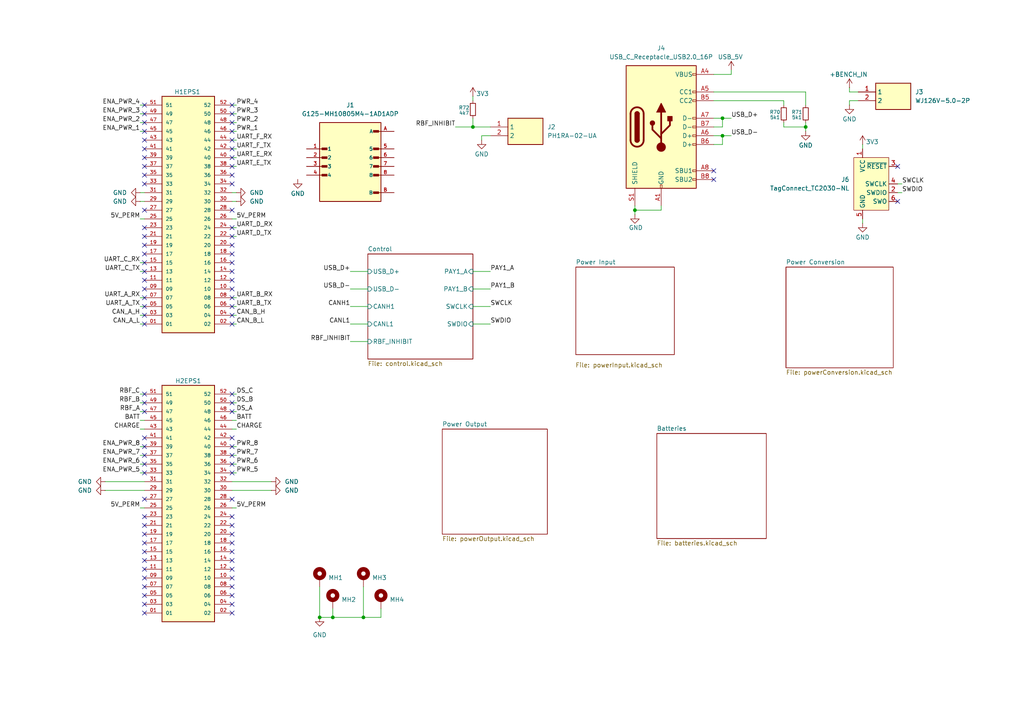
<source format=kicad_sch>
(kicad_sch (version 20250114) (generator "eeschema") (generator_version "9.0")
  (paper "A4")
  (title_block (title "HEDGE2 EPS") (date "2025-10-30") (rev "V0.8") (company "University of Virginia") (comment 1 "Department of Mechanical and Aerospace Engineering") (comment 2 "Edison Wong"))
  (lib_symbols
    (symbol "Connector:Conn_ARM_SWD_TagConnect_TC2030-NL" (in_bom no)
      (property "Reference" "J" (at 2.54 11.43 0))
      (property "Value" "Conn_ARM_SWD_TagConnect_TC2030-NL" (at 2.54 8.89 0))
      (symbol "Conn_ARM_SWD_TagConnect_TC2030-NL_0_0"
        (pin power_in line (at -2.54 10.16 270) (length 2.54) (name "VCC") (number "1"))
        (pin power_in line (at -2.54 -10.16 90) (length 2.54) (name "GND") (number "5"))
        (pin open_collector line (at 7.62 5.08 180) (length 2.54) (name "~{RESET}") (number "3"))
        (pin output line (at 7.62 0 180) (length 2.54) (name "SWCLK") (number "4"))
        (pin bidirectional line (at 7.62 -2.54 180) (length 2.54) (name "SWDIO") (number "2"))
        (pin input line (at 7.62 -5.08 180) (length 2.54) (name "SWO") (number "6"))
      )
      (symbol "Conn_ARM_SWD_TagConnect_TC2030-NL_0_1"
        (rectangle (start -5.08 7.62) (end 5.08 -7.62) (fill (type background)))
      )
    )
    (symbol "Connector:USB_C_Receptacle_USB2.0_16P" (pin_names (offset 1.016))
      (property "Reference" "J" (at 0 22.225 0))
      (property "Value" "USB_C_Receptacle_USB2.0_16P" (at 0 19.685 0))
      (symbol "USB_C_Receptacle_USB2.0_16P_0_0"
        (rectangle (start -0.254 -17.78) (end 0.254 -16.764))
        (rectangle (start 10.16 15.494) (end 9.144 14.986))
        (rectangle (start 10.16 10.414) (end 9.144 9.906))
        (rectangle (start 10.16 7.874) (end 9.144 7.366))
        (rectangle (start 10.16 2.794) (end 9.144 2.286))
        (rectangle (start 10.16 0.254) (end 9.144 -0.254))
        (rectangle (start 10.16 -2.286) (end 9.144 -2.794))
        (rectangle (start 10.16 -4.826) (end 9.144 -5.334))
        (rectangle (start 10.16 -12.446) (end 9.144 -12.954))
        (rectangle (start 10.16 -14.986) (end 9.144 -15.494))
      )
      (symbol "USB_C_Receptacle_USB2.0_16P_0_1"
        (rectangle (start -10.16 17.78) (end 10.16 -17.78) (stroke (width 0.254)) (fill (type background)))
        (polyline (pts (xy -8.89 -3.81) (xy -8.89 3.81)) (stroke (width 0.508)))
        (rectangle (start -7.62 -3.81) (end -6.35 3.81) (stroke (width 0.254)) (fill (type outline)))
        (arc (start -7.62 3.81) (mid -6.985 4.4423) (end -6.35 3.81) (stroke (width 0.254)))
        (arc (start -7.62 3.81) (mid -6.985 4.4423) (end -6.35 3.81) (stroke (width 0.254)) (fill (type outline)))
        (arc (start -8.89 3.81) (mid -6.985 5.7067) (end -5.08 3.81) (stroke (width 0.508)))
        (arc (start -5.08 -3.81) (mid -6.985 -5.7067) (end -8.89 -3.81) (stroke (width 0.508)))
        (arc (start -6.35 -3.81) (mid -6.985 -4.4423) (end -7.62 -3.81) (stroke (width 0.254)))
        (arc (start -6.35 -3.81) (mid -6.985 -4.4423) (end -7.62 -3.81) (stroke (width 0.254)) (fill (type outline)))
        (polyline (pts (xy -5.08 3.81) (xy -5.08 -3.81)) (stroke (width 0.508)))
        (circle (center -2.54 1.143) (radius 0.635) (stroke (width 0.254)) (fill (type outline)))
        (polyline (pts (xy -1.27 4.318) (xy 0 6.858) (xy 1.27 4.318) (xy -1.27 4.318)) (stroke (width 0.254)) (fill (type outline)))
        (polyline (pts (xy 0 -2.032) (xy 2.54 0.508) (xy 2.54 1.778)) (stroke (width 0.508)))
        (polyline (pts (xy 0 -3.302) (xy -2.54 -0.762) (xy -2.54 0.508)) (stroke (width 0.508)))
        (polyline (pts (xy 0 -5.842) (xy 0 4.318)) (stroke (width 0.508)))
        (circle (center 0 -5.842) (radius 1.27) (fill (type outline)))
        (rectangle (start 1.905 1.778) (end 3.175 3.048) (stroke (width 0.254)) (fill (type outline)))
      )
      (symbol "USB_C_Receptacle_USB2.0_16P_1_1"
        (pin passive line (at -7.62 -22.86 90) (length 5.08) (name "SHIELD") (number "S1"))
        (pin passive line (at 0 -22.86 90) (length 5.08) (name "GND") (number "A1"))
        (pin passive line (at 0 -22.86 90) (length 5.08) (hide yes) (name "GND") (number "A12"))
        (pin passive line (at 0 -22.86 90) (length 5.08) (hide yes) (name "GND") (number "B1"))
        (pin passive line (at 0 -22.86 90) (length 5.08) (hide yes) (name "GND") (number "B12"))
        (pin passive line (at 15.24 15.24 180) (length 5.08) (name "VBUS") (number "A4"))
        (pin passive line (at 15.24 15.24 180) (length 5.08) (hide yes) (name "VBUS") (number "A9"))
        (pin passive line (at 15.24 15.24 180) (length 5.08) (hide yes) (name "VBUS") (number "B4"))
        (pin passive line (at 15.24 15.24 180) (length 5.08) (hide yes) (name "VBUS") (number "B9"))
        (pin bidirectional line (at 15.24 10.16 180) (length 5.08) (name "CC1") (number "A5"))
        (pin bidirectional line (at 15.24 7.62 180) (length 5.08) (name "CC2") (number "B5"))
        (pin bidirectional line (at 15.24 2.54 180) (length 5.08) (name "D-") (number "A7"))
        (pin bidirectional line (at 15.24 0 180) (length 5.08) (name "D-") (number "B7"))
        (pin bidirectional line (at 15.24 -2.54 180) (length 5.08) (name "D+") (number "A6"))
        (pin bidirectional line (at 15.24 -5.08 180) (length 5.08) (name "D+") (number "B6"))
        (pin bidirectional line (at 15.24 -12.7 180) (length 5.08) (name "SBU1") (number "A8"))
        (pin bidirectional line (at 15.24 -15.24 180) (length 5.08) (name "SBU2") (number "B8"))
      )
    )
    (symbol "Device:R_Small" (pin_numbers (hide yes)) (pin_names (offset 0.254) (hide yes))
      (property "Reference" "R" (at 0 0 90))
      (property "Value" "R_Small" (at 1.778 0 90))
      (symbol "R_Small_0_1"
        (rectangle (start -0.762 1.778) (end 0.762 -1.778) (stroke (width 0.2032)))
      )
      (symbol "R_Small_1_1"
        (pin passive line (at 0 2.54 270) (length 0.762) (name "~") (number "1"))
        (pin passive line (at 0 -2.54 90) (length 0.762) (name "~") (number "2"))
      )
    )
    (symbol "ESQ-126-39-G-D:ESQ-126-39-G-D" (pin_names (offset 1.016))
      (property "Reference" "J" (at -8.12 35.56 0))
      (property "Value" "ESQ-126-39-G-D" (at -7.62 -35.56 0))
      (symbol "ESQ-126-39-G-D_0_0"
        (rectangle (start -7.62 -33.02) (end 7.62 35.56) (stroke (width 0.254)) (fill (type background)))
        (pin passive line (at -12.7 33.02 0) (length 5.08) (name "01") (number "01"))
        (pin passive line (at -12.7 30.48 0) (length 5.08) (name "03") (number "03"))
        (pin passive line (at -12.7 27.94 0) (length 5.08) (name "05") (number "05"))
        (pin passive line (at -12.7 25.4 0) (length 5.08) (name "07") (number "07"))
        (pin passive line (at -12.7 22.86 0) (length 5.08) (name "09") (number "09"))
        (pin passive line (at -12.7 20.32 0) (length 5.08) (name "11") (number "11"))
        (pin passive line (at -12.7 17.78 0) (length 5.08) (name "13") (number "13"))
        (pin passive line (at -12.7 15.24 0) (length 5.08) (name "15") (number "15"))
        (pin passive line (at -12.7 12.7 0) (length 5.08) (name "17") (number "17"))
        (pin passive line (at -12.7 10.16 0) (length 5.08) (name "19") (number "19"))
        (pin passive line (at -12.7 7.62 0) (length 5.08) (name "21") (number "21"))
        (pin passive line (at -12.7 5.08 0) (length 5.08) (name "23") (number "23"))
        (pin passive line (at -12.7 2.54 0) (length 5.08) (name "25") (number "25"))
        (pin passive line (at -12.7 0 0) (length 5.08) (name "27") (number "27"))
        (pin passive line (at -12.7 -2.54 0) (length 5.08) (name "29") (number "29"))
        (pin passive line (at -12.7 -5.08 0) (length 5.08) (name "31") (number "31"))
        (pin passive line (at -12.7 -7.62 0) (length 5.08) (name "33") (number "33"))
        (pin passive line (at -12.7 -10.16 0) (length 5.08) (name "35") (number "35"))
        (pin passive line (at -12.7 -12.7 0) (length 5.08) (name "37") (number "37"))
        (pin passive line (at -12.7 -15.24 0) (length 5.08) (name "39") (number "39"))
        (pin passive line (at -12.7 -17.78 0) (length 5.08) (name "41") (number "41"))
        (pin passive line (at -12.7 -20.32 0) (length 5.08) (name "43") (number "43"))
        (pin passive line (at -12.7 -22.86 0) (length 5.08) (name "45") (number "45"))
        (pin passive line (at -12.7 -25.4 0) (length 5.08) (name "47") (number "47"))
        (pin passive line (at -12.7 -27.94 0) (length 5.08) (name "49") (number "49"))
        (pin passive line (at -12.7 -30.48 0) (length 5.08) (name "51") (number "51"))
        (pin passive line (at 12.7 33.02 180) (length 5.08) (name "02") (number "02"))
        (pin passive line (at 12.7 30.48 180) (length 5.08) (name "04") (number "04"))
        (pin passive line (at 12.7 27.94 180) (length 5.08) (name "06") (number "06"))
        (pin passive line (at 12.7 25.4 180) (length 5.08) (name "08") (number "08"))
        (pin passive line (at 12.7 22.86 180) (length 5.08) (name "10") (number "10"))
        (pin passive line (at 12.7 20.32 180) (length 5.08) (name "12") (number "12"))
        (pin passive line (at 12.7 17.78 180) (length 5.08) (name "14") (number "14"))
        (pin passive line (at 12.7 15.24 180) (length 5.08) (name "16") (number "16"))
        (pin passive line (at 12.7 12.7 180) (length 5.08) (name "18") (number "18"))
        (pin passive line (at 12.7 10.16 180) (length 5.08) (name "20") (number "20"))
        (pin passive line (at 12.7 7.62 180) (length 5.08) (name "22") (number "22"))
        (pin passive line (at 12.7 5.08 180) (length 5.08) (name "24") (number "24"))
        (pin passive line (at 12.7 2.54 180) (length 5.08) (name "26") (number "26"))
        (pin passive line (at 12.7 0 180) (length 5.08) (name "28") (number "28"))
        (pin passive line (at 12.7 -2.54 180) (length 5.08) (name "30") (number "30"))
        (pin passive line (at 12.7 -5.08 180) (length 5.08) (name "32") (number "32"))
        (pin passive line (at 12.7 -7.62 180) (length 5.08) (name "34") (number "34"))
        (pin passive line (at 12.7 -10.16 180) (length 5.08) (name "36") (number "36"))
        (pin passive line (at 12.7 -12.7 180) (length 5.08) (name "38") (number "38"))
        (pin passive line (at 12.7 -15.24 180) (length 5.08) (name "40") (number "40"))
        (pin passive line (at 12.7 -17.78 180) (length 5.08) (name "42") (number "42"))
        (pin passive line (at 12.7 -20.32 180) (length 5.08) (name "44") (number "44"))
        (pin passive line (at 12.7 -22.86 180) (length 5.08) (name "46") (number "46"))
        (pin passive line (at 12.7 -25.4 180) (length 5.08) (name "48") (number "48"))
        (pin passive line (at 12.7 -27.94 180) (length 5.08) (name "50") (number "50"))
        (pin passive line (at 12.7 -30.48 180) (length 5.08) (name "52") (number "52"))
      )
    )
    (symbol "ESQ-126-39-G-D_1" (pin_names (offset 1.016))
      (property "Reference" "J" (at -8.12 35.56 0))
      (property "Value" "ESQ-126-39-G-D" (at -7.62 -35.56 0))
      (symbol "ESQ-126-39-G-D_1_0_0"
        (rectangle (start -7.62 -33.02) (end 7.62 35.56) (stroke (width 0.254)) (fill (type background)))
        (pin passive line (at -12.7 33.02 0) (length 5.08) (name "01") (number "01"))
        (pin passive line (at -12.7 30.48 0) (length 5.08) (name "03") (number "03"))
        (pin passive line (at -12.7 27.94 0) (length 5.08) (name "05") (number "05"))
        (pin passive line (at -12.7 25.4 0) (length 5.08) (name "07") (number "07"))
        (pin passive line (at -12.7 22.86 0) (length 5.08) (name "09") (number "09"))
        (pin passive line (at -12.7 20.32 0) (length 5.08) (name "11") (number "11"))
        (pin passive line (at -12.7 17.78 0) (length 5.08) (name "13") (number "13"))
        (pin passive line (at -12.7 15.24 0) (length 5.08) (name "15") (number "15"))
        (pin passive line (at -12.7 12.7 0) (length 5.08) (name "17") (number "17"))
        (pin passive line (at -12.7 10.16 0) (length 5.08) (name "19") (number "19"))
        (pin passive line (at -12.7 7.62 0) (length 5.08) (name "21") (number "21"))
        (pin passive line (at -12.7 5.08 0) (length 5.08) (name "23") (number "23"))
        (pin passive line (at -12.7 2.54 0) (length 5.08) (name "25") (number "25"))
        (pin passive line (at -12.7 0 0) (length 5.08) (name "27") (number "27"))
        (pin passive line (at -12.7 -2.54 0) (length 5.08) (name "29") (number "29"))
        (pin passive line (at -12.7 -5.08 0) (length 5.08) (name "31") (number "31"))
        (pin passive line (at -12.7 -7.62 0) (length 5.08) (name "33") (number "33"))
        (pin passive line (at -12.7 -10.16 0) (length 5.08) (name "35") (number "35"))
        (pin passive line (at -12.7 -12.7 0) (length 5.08) (name "37") (number "37"))
        (pin passive line (at -12.7 -15.24 0) (length 5.08) (name "39") (number "39"))
        (pin passive line (at -12.7 -17.78 0) (length 5.08) (name "41") (number "41"))
        (pin passive line (at -12.7 -20.32 0) (length 5.08) (name "43") (number "43"))
        (pin passive line (at -12.7 -22.86 0) (length 5.08) (name "45") (number "45"))
        (pin passive line (at -12.7 -25.4 0) (length 5.08) (name "47") (number "47"))
        (pin passive line (at -12.7 -27.94 0) (length 5.08) (name "49") (number "49"))
        (pin passive line (at -12.7 -30.48 0) (length 5.08) (name "51") (number "51"))
        (pin passive line (at 12.7 33.02 180) (length 5.08) (name "02") (number "02"))
        (pin passive line (at 12.7 30.48 180) (length 5.08) (name "04") (number "04"))
        (pin passive line (at 12.7 27.94 180) (length 5.08) (name "06") (number "06"))
        (pin passive line (at 12.7 25.4 180) (length 5.08) (name "08") (number "08"))
        (pin passive line (at 12.7 22.86 180) (length 5.08) (name "10") (number "10"))
        (pin passive line (at 12.7 20.32 180) (length 5.08) (name "12") (number "12"))
        (pin passive line (at 12.7 17.78 180) (length 5.08) (name "14") (number "14"))
        (pin passive line (at 12.7 15.24 180) (length 5.08) (name "16") (number "16"))
        (pin passive line (at 12.7 12.7 180) (length 5.08) (name "18") (number "18"))
        (pin passive line (at 12.7 10.16 180) (length 5.08) (name "20") (number "20"))
        (pin passive line (at 12.7 7.62 180) (length 5.08) (name "22") (number "22"))
        (pin passive line (at 12.7 5.08 180) (length 5.08) (name "24") (number "24"))
        (pin passive line (at 12.7 2.54 180) (length 5.08) (name "26") (number "26"))
        (pin passive line (at 12.7 0 180) (length 5.08) (name "28") (number "28"))
        (pin passive line (at 12.7 -2.54 180) (length 5.08) (name "30") (number "30"))
        (pin passive line (at 12.7 -5.08 180) (length 5.08) (name "32") (number "32"))
        (pin passive line (at 12.7 -7.62 180) (length 5.08) (name "34") (number "34"))
        (pin passive line (at 12.7 -10.16 180) (length 5.08) (name "36") (number "36"))
        (pin passive line (at 12.7 -12.7 180) (length 5.08) (name "38") (number "38"))
        (pin passive line (at 12.7 -15.24 180) (length 5.08) (name "40") (number "40"))
        (pin passive line (at 12.7 -17.78 180) (length 5.08) (name "42") (number "42"))
        (pin passive line (at 12.7 -20.32 180) (length 5.08) (name "44") (number "44"))
        (pin passive line (at 12.7 -22.86 180) (length 5.08) (name "46") (number "46"))
        (pin passive line (at 12.7 -25.4 180) (length 5.08) (name "48") (number "48"))
        (pin passive line (at 12.7 -27.94 180) (length 5.08) (name "50") (number "50"))
        (pin passive line (at 12.7 -30.48 180) (length 5.08) (name "52") (number "52"))
      )
    )
    (symbol "HEDGE2:G125-MH10805M4-1AD1ADP" (pin_names (offset 1.016))
      (property "Reference" "J" (at -7.62 13.462 0))
      (property "Value" "G125-MH10805M4-1AD1ADP" (at -7.62 -12.7 0))
      (symbol "G125-MH10805M4-1AD1ADP_0_0"
        (rectangle (start -8.89 -10.16) (end 8.89 12.7) (stroke (width 0.254)) (fill (type background)))
        (rectangle (start -8.255 4.7625) (end -6.6675 5.3975) (stroke (width 0.1)) (fill (type outline)))
        (rectangle (start -8.255 2.2225) (end -6.6675 2.8575) (stroke (width 0.1)) (fill (type outline)))
        (rectangle (start -8.255 -0.3175) (end -6.6675 0.3175) (stroke (width 0.1)) (fill (type outline)))
        (rectangle (start -8.255 -2.8575) (end -6.6675 -2.2225) (stroke (width 0.1)) (fill (type outline)))
        (rectangle (start 6.6675 9.8425) (end 8.255 10.4775) (stroke (width 0.1)) (fill (type outline)))
        (rectangle (start 6.6675 4.7625) (end 8.255 5.3975) (stroke (width 0.1)) (fill (type outline)))
        (rectangle (start 6.6675 2.2225) (end 8.255 2.8575) (stroke (width 0.1)) (fill (type outline)))
        (rectangle (start 6.6675 -0.3175) (end 8.255 0.3175) (stroke (width 0.1)) (fill (type outline)))
        (rectangle (start 6.6675 -2.8575) (end 8.255 -2.2225) (stroke (width 0.1)) (fill (type outline)))
        (rectangle (start 6.6675 -7.9375) (end 8.255 -7.3025) (stroke (width 0.1)) (fill (type outline)))
        (pin passive line (at -12.7 5.08 0) (length 5.08) (name "1") (number "1"))
        (pin passive line (at -12.7 2.54 0) (length 5.08) (name "2") (number "2"))
        (pin passive line (at -12.7 0 0) (length 5.08) (name "3") (number "3"))
        (pin passive line (at -12.7 -2.54 0) (length 5.08) (name "4") (number "4"))
        (pin power_in line (at 12.7 10.16 180) (length 5.08) (name "A") (number "A"))
        (pin passive line (at 12.7 5.08 180) (length 5.08) (name "5") (number "5"))
        (pin passive line (at 12.7 2.54 180) (length 5.08) (name "6") (number "6"))
        (pin passive line (at 12.7 0 180) (length 5.08) (name "7") (number "7"))
        (pin passive line (at 12.7 -2.54 180) (length 5.08) (name "8") (number "8"))
        (pin power_in line (at 12.7 -7.62 180) (length 5.08) (name "B") (number "B"))
      )
    )
    (symbol "HEDGE2:PH1RA-02-UA"
      (property "Reference" "J" (at 16.51 7.62 0))
      (property "Value" "PH1RA-02-UA" (at 16.51 5.08 0))
      (symbol "PH1RA-02-UA_1_1"
        (rectangle (start 5.08 2.54) (end 15.24 -5.08) (stroke (width 0.254)) (fill (type background)))
        (pin passive line (at 0 0 0) (length 5.08) (name "1") (number "1"))
        (pin passive line (at 0 -2.54 0) (length 5.08) (name "2") (number "2"))
      )
    )
    (symbol "HEDGE2:WJ126V-5.0-2P"
      (property "Reference" "J" (at 16.51 7.62 0))
      (property "Value" "WJ126V-5.0-2P" (at 16.51 5.08 0))
      (symbol "WJ126V-5.0-2P_1_1"
        (rectangle (start 5.08 2.54) (end 15.24 -5.08) (stroke (width 0.254)) (fill (type background)))
        (pin passive line (at 0 0 0) (length 5.08) (name "1") (number "1"))
        (pin passive line (at 0 -2.54 0) (length 5.08) (name "2") (number "2"))
      )
    )
    (symbol "Mechanical:MountingHole_Pad" (pin_numbers (hide yes)) (pin_names (offset 1.016) (hide yes)) (exclude_from_sim yes) (in_bom no)
      (property "Reference" "H" (at 0 6.35 0))
      (property "Value" "MountingHole_Pad" (at 0 4.445 0))
      (symbol "MountingHole_Pad_0_1"
        (circle (center 0 1.27) (radius 1.27) (stroke (width 1.27)))
      )
      (symbol "MountingHole_Pad_1_1"
        (pin input line (at 0 -2.54 90) (length 2.54) (name "1") (number "1"))
      )
    )
    (symbol "power:+12V" (power) (pin_numbers (hide yes)) (pin_names (offset 0) (hide yes))
      (property "Value" "+12V" (at 0 3.556 0))
      (symbol "+12V_0_1"
        (polyline (pts (xy -0.762 1.27) (xy 0 2.54)))
        (polyline (pts (xy 0 2.54) (xy 0.762 1.27)))
        (polyline (pts (xy 0 0) (xy 0 2.54)))
      )
      (symbol "+12V_1_1"
        (pin power_in line (at 0 0 90) (length 0) (name "~") (number "1"))
      )
    )
    (symbol "power:GND" (power) (pin_numbers (hide yes)) (pin_names (offset 0) (hide yes))
      (property "Value" "GND" (at 0 -3.81 0))
      (symbol "GND_0_1"
        (polyline (pts (xy 0 0) (xy 0 -1.27) (xy 1.27 -1.27) (xy 0 -2.54) (xy -1.27 -1.27) (xy 0 -1.27)))
      )
      (symbol "GND_1_1"
        (pin power_in line (at 0 0 270) (length 0) (name "~") (number "1"))
      )
    )
  )
  (junction (at 184.15 60.96))
  (junction (at 137.16 36.83))
  (junction (at 209.55 34.29))
  (junction (at 105.41 179.07))
  (junction (at 92.71 179.07))
  (junction (at 233.68 36.83))
  (junction (at 96.52 179.07))
  (junction (at 209.55 39.37))
  (no_connect (at 67.31 177.8))
  (no_connect (at 67.31 172.72))
  (no_connect (at 41.91 170.18))
  (no_connect (at 67.31 162.56))
  (no_connect (at 67.31 116.84))
  (no_connect (at 67.31 170.18))
  (no_connect (at 41.91 81.28))
  (no_connect (at 67.31 73.66))
  (no_connect (at 41.91 60.96))
  (no_connect (at 41.91 66.04))
  (no_connect (at 41.91 129.54))
  (no_connect (at 67.31 114.3))
  (no_connect (at 67.31 134.62))
  (no_connect (at 41.91 71.12))
  (no_connect (at 67.31 129.54))
  (no_connect (at 67.31 48.26))
  (no_connect (at 41.91 45.72))
  (no_connect (at 41.91 40.64))
  (no_connect (at 41.91 53.34))
  (no_connect (at 260.35 58.42))
  (no_connect (at 67.31 66.04))
  (no_connect (at 67.31 45.72))
  (no_connect (at 67.31 144.78))
  (no_connect (at 41.91 132.08))
  (no_connect (at 41.91 160.02))
  (no_connect (at 67.31 78.74))
  (no_connect (at 41.91 83.82))
  (no_connect (at 67.31 157.48))
  (no_connect (at 41.91 88.9))
  (no_connect (at 67.31 160.02))
  (no_connect (at 41.91 43.18))
  (no_connect (at 67.31 132.08))
  (no_connect (at 41.91 175.26))
  (no_connect (at 41.91 134.62))
  (no_connect (at 41.91 78.74))
  (no_connect (at 67.31 81.28))
  (no_connect (at 41.91 48.26))
  (no_connect (at 67.31 88.9))
  (no_connect (at 41.91 149.86))
  (no_connect (at 67.31 149.86))
  (no_connect (at 41.91 165.1))
  (no_connect (at 41.91 38.1))
  (no_connect (at 67.31 30.48))
  (no_connect (at 67.31 119.38))
  (no_connect (at 41.91 137.16))
  (no_connect (at 67.31 50.8))
  (no_connect (at 67.31 60.96))
  (no_connect (at 41.91 76.2))
  (no_connect (at 41.91 157.48))
  (no_connect (at 41.91 162.56))
  (no_connect (at 67.31 43.18))
  (no_connect (at 67.31 71.12))
  (no_connect (at 41.91 114.3))
  (no_connect (at 67.31 35.56))
  (no_connect (at 41.91 172.72))
  (no_connect (at 207.01 49.53))
  (no_connect (at 67.31 167.64))
  (no_connect (at 67.31 33.02))
  (no_connect (at 67.31 127))
  (no_connect (at 67.31 93.98))
  (no_connect (at 67.31 68.58))
  (no_connect (at 41.91 144.78))
  (no_connect (at 41.91 73.66))
  (no_connect (at 41.91 152.4))
  (no_connect (at 41.91 116.84))
  (no_connect (at 41.91 68.58))
  (no_connect (at 207.01 52.07))
  (no_connect (at 41.91 30.48))
  (no_connect (at 41.91 86.36))
  (no_connect (at 67.31 165.1))
  (no_connect (at 41.91 177.8))
  (no_connect (at 41.91 127))
  (no_connect (at 67.31 38.1))
  (no_connect (at 67.31 40.64))
  (no_connect (at 41.91 91.44))
  (no_connect (at 41.91 93.98))
  (no_connect (at 41.91 167.64))
  (no_connect (at 67.31 76.2))
  (no_connect (at 41.91 119.38))
  (no_connect (at 67.31 91.44))
  (no_connect (at 67.31 86.36))
  (no_connect (at 67.31 175.26))
  (no_connect (at 41.91 33.02))
  (no_connect (at 41.91 50.8))
  (no_connect (at 67.31 152.4))
  (no_connect (at 260.35 48.26))
  (no_connect (at 67.31 53.34))
  (no_connect (at 67.31 83.82))
  (no_connect (at 41.91 35.56))
  (no_connect (at 67.31 154.94))
  (no_connect (at 67.31 137.16))
  (no_connect (at 41.91 154.94))
  (wire (pts (xy 67.31 91.44) (xy 68.58 91.44)))
  (wire (pts (xy 227.33 36.83) (xy 233.68 36.83)))
  (wire (pts (xy 142.24 39.37) (xy 139.7 39.37)))
  (wire (pts (xy 67.31 35.56) (xy 68.58 35.56)))
  (wire (pts (xy 40.64 132.08) (xy 41.91 132.08)))
  (wire (pts (xy 212.09 20.32) (xy 212.09 21.59)))
  (wire (pts (xy 67.31 68.58) (xy 68.58 68.58)))
  (wire (pts (xy 260.35 55.88) (xy 261.62 55.88)))
  (wire (pts (xy 40.64 114.3) (xy 41.91 114.3)))
  (wire (pts (xy 233.68 36.83) (xy 233.68 38.1)))
  (wire (pts (xy 67.31 43.18) (xy 68.58 43.18)))
  (wire (pts (xy 227.33 35.56) (xy 227.33 36.83)))
  (wire (pts (xy 67.31 147.32) (xy 68.58 147.32)))
  (wire (pts (xy 184.15 60.96) (xy 184.15 62.23)))
  (wire (pts (xy 209.55 39.37) (xy 212.09 39.37)))
  (wire (pts (xy 101.6 88.9) (xy 106.68 88.9)))
  (wire (pts (xy 30.48 142.24) (xy 41.91 142.24)))
  (wire (pts (xy 250.19 63.5) (xy 250.19 64.77)))
  (wire (pts (xy 67.31 86.36) (xy 68.58 86.36)))
  (wire (pts (xy 40.64 137.16) (xy 41.91 137.16)))
  (wire (pts (xy 137.16 93.98) (xy 142.24 93.98)))
  (wire (pts (xy 67.31 30.48) (xy 68.58 30.48)))
  (wire (pts (xy 40.64 93.98) (xy 41.91 93.98)))
  (wire (pts (xy 132.08 36.83) (xy 137.16 36.83)))
  (wire (pts (xy 67.31 38.1) (xy 68.58 38.1)))
  (wire (pts (xy 67.31 137.16) (xy 68.58 137.16)))
  (wire (pts (xy 110.49 176.53) (xy 110.49 179.07)))
  (wire (pts (xy 191.77 60.96) (xy 184.15 60.96)))
  (wire (pts (xy 67.31 134.62) (xy 68.58 134.62)))
  (wire (pts (xy 209.55 34.29) (xy 212.09 34.29)))
  (wire (pts (xy 246.38 25.4) (xy 246.38 26.67)))
  (wire (pts (xy 191.77 59.69) (xy 191.77 60.96)))
  (wire (pts (xy 40.64 58.42) (xy 41.91 58.42)))
  (wire (pts (xy 101.6 78.74) (xy 106.68 78.74)))
  (wire (pts (xy 246.38 30.48) (xy 246.38 29.21)))
  (wire (pts (xy 67.31 45.72) (xy 68.58 45.72)))
  (wire (pts (xy 246.38 26.67) (xy 248.92 26.67)))
  (wire (pts (xy 40.64 55.88) (xy 41.91 55.88)))
  (wire (pts (xy 67.31 40.64) (xy 68.58 40.64)))
  (wire (pts (xy 67.31 48.26) (xy 68.58 48.26)))
  (wire (pts (xy 101.6 99.06) (xy 106.68 99.06)))
  (wire (pts (xy 67.31 66.04) (xy 68.58 66.04)))
  (wire (pts (xy 96.52 179.07) (xy 105.41 179.07)))
  (wire (pts (xy 105.41 170.18) (xy 105.41 179.07)))
  (wire (pts (xy 67.31 119.38) (xy 68.58 119.38)))
  (wire (pts (xy 40.64 147.32) (xy 41.91 147.32)))
  (wire (pts (xy 207.01 34.29) (xy 209.55 34.29)))
  (wire (pts (xy 68.58 58.42) (xy 67.31 58.42)))
  (wire (pts (xy 207.01 26.67) (xy 233.68 26.67)))
  (wire (pts (xy 233.68 36.83) (xy 233.68 35.56)))
  (wire (pts (xy 137.16 27.94) (xy 137.16 29.21)))
  (wire (pts (xy 260.35 53.34) (xy 261.62 53.34)))
  (wire (pts (xy 137.16 83.82) (xy 142.24 83.82)))
  (wire (pts (xy 40.64 121.92) (xy 41.91 121.92)))
  (wire (pts (xy 227.33 29.21) (xy 227.33 30.48)))
  (wire (pts (xy 207.01 41.91) (xy 209.55 41.91)))
  (wire (pts (xy 40.64 116.84) (xy 41.91 116.84)))
  (wire (pts (xy 96.52 176.53) (xy 96.52 179.07)))
  (wire (pts (xy 40.64 119.38) (xy 41.91 119.38)))
  (wire (pts (xy 67.31 88.9) (xy 68.58 88.9)))
  (wire (pts (xy 40.64 91.44) (xy 41.91 91.44)))
  (wire (pts (xy 207.01 36.83) (xy 209.55 36.83)))
  (wire (pts (xy 246.38 29.21) (xy 248.92 29.21)))
  (wire (pts (xy 40.64 124.46) (xy 41.91 124.46)))
  (wire (pts (xy 92.71 179.07) (xy 96.52 179.07)))
  (wire (pts (xy 212.09 21.59) (xy 207.01 21.59)))
  (wire (pts (xy 40.64 63.5) (xy 41.91 63.5)))
  (wire (pts (xy 67.31 121.92) (xy 68.58 121.92)))
  (wire (pts (xy 40.64 76.2) (xy 41.91 76.2)))
  (wire (pts (xy 250.19 41.91) (xy 250.19 43.18)))
  (wire (pts (xy 184.15 59.69) (xy 184.15 60.96)))
  (wire (pts (xy 67.31 139.7) (xy 78.74 139.7)))
  (wire (pts (xy 137.16 36.83) (xy 142.24 36.83)))
  (wire (pts (xy 67.31 124.46) (xy 68.58 124.46)))
  (wire (pts (xy 101.6 83.82) (xy 106.68 83.82)))
  (wire (pts (xy 68.58 55.88) (xy 67.31 55.88)))
  (wire (pts (xy 67.31 63.5) (xy 68.58 63.5)))
  (wire (pts (xy 207.01 39.37) (xy 209.55 39.37)))
  (wire (pts (xy 110.49 179.07) (xy 105.41 179.07)))
  (wire (pts (xy 67.31 129.54) (xy 68.58 129.54)))
  (wire (pts (xy 40.64 33.02) (xy 41.91 33.02)))
  (wire (pts (xy 137.16 88.9) (xy 142.24 88.9)))
  (wire (pts (xy 137.16 78.74) (xy 142.24 78.74)))
  (wire (pts (xy 67.31 142.24) (xy 78.74 142.24)))
  (wire (pts (xy 67.31 93.98) (xy 68.58 93.98)))
  (wire (pts (xy 92.71 170.18) (xy 92.71 179.07)))
  (wire (pts (xy 67.31 33.02) (xy 68.58 33.02)))
  (wire (pts (xy 40.64 134.62) (xy 41.91 134.62)))
  (wire (pts (xy 67.31 116.84) (xy 68.58 116.84)))
  (wire (pts (xy 101.6 93.98) (xy 106.68 93.98)))
  (wire (pts (xy 40.64 38.1) (xy 41.91 38.1)))
  (wire (pts (xy 30.48 139.7) (xy 41.91 139.7)))
  (wire (pts (xy 209.55 34.29) (xy 209.55 36.83)))
  (wire (pts (xy 40.64 86.36) (xy 41.91 86.36)))
  (wire (pts (xy 40.64 78.74) (xy 41.91 78.74)))
  (wire (pts (xy 40.64 35.56) (xy 41.91 35.56)))
  (wire (pts (xy 207.01 29.21) (xy 227.33 29.21)))
  (wire (pts (xy 137.16 34.29) (xy 137.16 36.83)))
  (wire (pts (xy 67.31 114.3) (xy 68.58 114.3)))
  (wire (pts (xy 40.64 88.9) (xy 41.91 88.9)))
  (wire (pts (xy 40.64 129.54) (xy 41.91 129.54)))
  (wire (pts (xy 40.64 30.48) (xy 41.91 30.48)))
  (wire (pts (xy 67.31 132.08) (xy 68.58 132.08)))
  (wire (pts (xy 233.68 26.67) (xy 233.68 30.48)))
  (wire (pts (xy 139.7 39.37) (xy 139.7 40.64)))
  (wire (pts (xy 209.55 41.91) (xy 209.55 39.37)))
  (label "UART_F_TX" (at 68.58 43.18 0))
  (label "RBF_INHIBIT" (at 101.6 99.06 180))
  (label "5V_PERM" (at 68.58 63.5 0))
  (label "5V_PERM" (at 40.64 147.32 180))
  (label "UART_E_RX" (at 68.58 45.72 0))
  (label "DS_B" (at 68.58 116.84 0))
  (label "CAN_A_H" (at 40.64 91.44 180))
  (label "BATT" (at 68.58 121.92 0))
  (label "UART_E_TX" (at 68.58 48.26 0))
  (label "RBF_C" (at 40.64 114.3 180))
  (label "PWR_8" (at 68.58 129.54 0))
  (label "UART_D_TX" (at 68.58 68.58 0))
  (label "PWR_2" (at 68.58 35.56 0))
  (label "USB_D-" (at 101.6 83.82 180))
  (label "PWR_5" (at 68.58 137.16 0))
  (label "RBF_B" (at 40.64 116.84 180))
  (label "SWCLK" (at 261.62 53.34 0))
  (label "UART_D_RX" (at 68.58 66.04 0))
  (label "CHARGE" (at 40.64 124.46 180))
  (label "ENA_PWR_1" (at 40.64 38.1 180))
  (label "5V_PERM" (at 40.64 63.5 180))
  (label "RBF_A" (at 40.64 119.38 180))
  (label "UART_F_RX" (at 68.58 40.64 0))
  (label "PAY1_B" (at 142.24 83.82 0))
  (label "ENA_PWR_8" (at 40.64 129.54 180))
  (label "PWR_4" (at 68.58 30.48 0))
  (label "CAN_B_H" (at 68.58 91.44 0))
  (label "ENA_PWR_5" (at 40.64 137.16 180))
  (label "ENA_PWR_6" (at 40.64 134.62 180))
  (label "SWDIO" (at 261.62 55.88 0))
  (label "USB_D+" (at 212.09 34.29 0))
  (label "CANH1" (at 101.6 88.9 180))
  (label "UART_A_TX" (at 40.64 88.9 180))
  (label "PWR_1" (at 68.58 38.1 0))
  (label "PWR_6" (at 68.58 134.62 0))
  (label "BATT" (at 40.64 121.92 180))
  (label "ENA_PWR_7" (at 40.64 132.08 180))
  (label "DS_C" (at 68.58 114.3 0))
  (label "PWR_7" (at 68.58 132.08 0))
  (label "CANL1" (at 101.6 93.98 180))
  (label "SWDIO" (at 142.24 93.98 0))
  (label "USB_D+" (at 101.6 78.74 180))
  (label "UART_C_RX" (at 40.64 76.2 180))
  (label "CAN_A_L" (at 40.64 93.98 180))
  (label "UART_B_TX" (at 68.58 88.9 0))
  (label "PAY1_A" (at 142.24 78.74 0))
  (label "PWR_3" (at 68.58 33.02 0))
  (label "UART_B_RX" (at 68.58 86.36 0))
  (label "CAN_B_L" (at 68.58 93.98 0))
  (label "5V_PERM" (at 68.58 147.32 0))
  (label "USB_D-" (at 212.09 39.37 0))
  (label "ENA_PWR_4" (at 40.64 30.48 180))
  (label "UART_C_TX" (at 40.64 78.74 180))
  (label "RBF_INHIBIT" (at 132.08 36.83 180))
  (label "ENA_PWR_2" (at 40.64 35.56 180))
  (label "DS_A" (at 68.58 119.38 0))
  (label "CHARGE" (at 68.58 124.46 0))
  (label "UART_A_RX" (at 40.64 86.36 180))
  (label "ENA_PWR_3" (at 40.64 33.02 180))
  (label "SWCLK" (at 142.24 88.9 0))
  (symbol (lib_id "power:GND") (at 30.48 139.7 270) (mirror x) (unit 1)
    (property "Reference" "#PWR0106" (effects (hide yes)))
    (property "Value" "GND" (at 26.67 139.7001 90) (effects (justify right)))
    (property "Description" "Power symbol creates a global label with name \"GND\" , ground" (effects (hide yes)))
  )
  (symbol (lib_id "HEDGE2:WJ126V-5.0-2P") (at 248.92 26.67 0) (unit 1)
    (property "Reference" "J3" (at 265.43 26.6699 0) (effects (justify left)))
    (property "Value" "WJ126V-5.0-2P" (at 265.43 29.2099 0) (effects (justify left)))
    (property "Footprint" "SHDR2W105P0X500_1X2_1000X780X1040P" (effects (hide yes)))
    (property "Datasheet" "https://datasheet.lcsc.com/szlcsc/1912251633_Ningbo-Kangnex-Elec-WJ126V-5-0-2P_C8404.pdf" (effects (hide yes)))
    (property "Description" "P=5.0mm Screw terminal" (effects (hide yes)))
    (property "Height" "10.4" (effects (hide yes)))
    (property "Manufacturer_Name" "Ningbo Kangnex" (effects (hide yes)))
    (property "Manufacturer_Part_Number" "WJ126V-5.0-2P" (effects (hide yes)))
  )
  (symbol (lib_id "power:GND") (at 68.58 55.88 90) (mirror x) (unit 1)
    (property "Reference" "#PWR0102" (effects (hide yes)))
    (property "Value" "GND" (at 72.39 55.8801 90) (effects (justify right)))
    (property "Description" "Power symbol creates a global label with name \"GND\" , ground" (effects (hide yes)))
  )
  (symbol (lib_id "Mechanical:MountingHole_Pad") (at 105.41 167.64 0) (unit 1)
    (property "Reference" "MH3" (at 107.95 167.5638 0) (effects (justify left)))
    (property "Value" "MountingHole_Pad" (effects (hide yes)))
    (property "Footprint" "MountingHole:MountingHole_3.2mm_M3_Pad_Via" (effects (hide yes)))
  )
  (symbol (lib_id "Mechanical:MountingHole_Pad") (at 92.71 167.64 0) (unit 1)
    (property "Reference" "MH1" (at 95.25 167.5638 0) (effects (justify left)))
    (property "Value" "MountingHole_Pad" (effects (hide yes)))
    (property "Footprint" "MountingHole:MountingHole_3.2mm_M3_Pad_Via" (effects (hide yes)))
  )
  (symbol (lib_id "power:GND") (at 68.58 58.42 90) (mirror x) (unit 1)
    (property "Reference" "#PWR0101" (effects (hide yes)))
    (property "Value" "GND" (at 72.39 58.4201 90) (effects (justify right)))
    (property "Description" "Power symbol creates a global label with name \"GND\" , ground" (effects (hide yes)))
  )
  (symbol (lib_id "power:GND") (at 78.74 142.24 90) (mirror x) (unit 1)
    (property "Reference" "#PWR0108" (effects (hide yes)))
    (property "Value" "GND" (at 82.55 142.2401 90) (effects (justify right)))
    (property "Description" "Power symbol creates a global label with name \"GND\" , ground" (effects (hide yes)))
  )
  (symbol (lib_id "power:GND") (at 139.7 40.64 0) (unit 1)
    (property "Reference" "#PWR0183" (effects (hide yes)))
    (property "Value" "GND" (at 139.7 44.704 0))
    (property "Description" "Power symbol creates a global label with name \"GND\" , ground" (effects (hide yes)))
  )
  (symbol (lib_id "power:GND") (at 233.68 38.1 0) (unit 1)
    (property "Reference" "#PWR0188" (effects (hide yes)))
    (property "Value" "GND" (at 233.68 42.164 0))
    (property "Description" "Power symbol creates a global label with name \"GND\" , ground" (effects (hide yes)))
  )
  (symbol (lib_id "HEDGE2:PH1RA-02-UA") (at 142.24 36.83 0) (unit 1)
    (property "Reference" "J2" (at 158.75 36.8299 0) (effects (justify left)))
    (property "Value" "PH1RA-02-UA" (at 158.75 39.3699 0) (effects (justify left)))
    (property "Footprint" "PH1RA02UA" (effects (hide yes)))
    (property "Datasheet" "https://app.adam-tech.com/products/download/data_sheet/201459/ph1ra-xx-ua-data-sheet.pdf" (effects (hide yes)))
    (property "Description" "Connector Header Through Hole, Right Angle 2 position 0.100\" (2.54mm)" (effects (hide yes)))
    (property "Height" "2.8702" (effects (hide yes)))
    (property "Manufacturer_Name" "Adam Tech" (effects (hide yes)))
    (property "Manufacturer_Part_Number" "PH1RA-02-UA" (effects (hide yes)))
    (property "Arrow Part Number" "PH1RA-02-UA" (effects (hide yes)))
    (property "Arrow Price/Stock" "https://www.arrow.com/en/products/ph1ra-02-ua/adam-tech" (effects (hide yes)))
  )
  (symbol (lib_id "Connector:Conn_ARM_SWD_TagConnect_TC2030-NL") (at 252.73 53.34 0) (unit 1) (in_bom no)
    (property "Reference" "J6" (at 246.38 52.0699 0) (effects (justify right)))
    (property "Value" "TagConnect_TC2030-NL" (at 246.38 54.6099 0) (effects (justify right)))
    (property "Footprint" "Connector:Tag-Connect_TC2030-IDC-NL_2x03_P1.27mm_Vertical" (effects (hide yes)))
    (property "Datasheet" "https://www.tag-connect.com/wp-content/uploads/bsk-pdf-manager/TC2030-CTX_1.pdf" (effects (hide yes)))
    (property "Description" "Tag-Connect ARM Cortex SWD JTAG connector, 6 pin, no legs" (effects (hide yes)))
  )
  (symbol (lib_id "power:GND") (at 78.74 139.7 90) (mirror x) (unit 1)
    (property "Reference" "#PWR0109" (effects (hide yes)))
    (property "Value" "GND" (at 82.55 139.7001 90) (effects (justify right)))
    (property "Description" "Power symbol creates a global label with name \"GND\" , ground" (effects (hide yes)))
  )
  (symbol (lib_id "power:GND") (at 246.38 30.48 0) (unit 1)
    (property "Reference" "#PWR0181" (effects (hide yes)))
    (property "Value" "GND" (at 246.38 34.544 0))
    (property "Description" "Power symbol creates a global label with name \"GND\" , ground" (effects (hide yes)))
  )
  (symbol (lib_id "Device:R_Small") (at 227.33 33.02 180) (unit 1)
    (property "Reference" "R70" (at 224.79 32.512 0) (effects (font (size 1.016 1.016))))
    (property "Value" "5k1" (at 224.79 34.036 0) (effects (font (size 1.016 1.016))))
    (property "Description" "Resistor, small symbol" (effects (hide yes)))
  )
  (symbol (lib_name "ESQ-126-39-G-D_1") (lib_id "ESQ-126-39-G-D:ESQ-126-39-G-D") (at 54.61 144.78 0) (mirror x) (unit 1)
    (property "Reference" "H2EPS1" (at 54.61 110.49 0))
    (property "Value" "Conn_02x26_Odd_Even" (effects (hide yes)))
    (property "Footprint" "ESQ-126-39-G-D:SAMTEC_ESQ-126-39-G-D" (effects (hide yes)))
    (property "Description" ".100\" PC/104 Elevated Socket Strip,  positions per row,  row" (effects (hide yes)))
    (property "Manufacturer_Name" "SAMTEC" (effects (hide yes)))
    (property "Manufacturer_Part_Number" "ESQ-126-39-G-D" (effects (hide yes)))
    (property "Mouser Part Number" "200-ESQ12639GD" (effects (hide yes)))
    (property "Mouser Price/Stock" "https://www.mouser.co.uk/ProductDetail/Samtec/ESQ-126-39-G-D?qs=Cqqh%252BS766wm7W672HSOlSA%3D%3D" (effects (hide yes)))
    (property "Arrow Price/Stock" "https://www.arrow.com/en/products/esq-126-39-g-d/samtec?region=nac" (effects (hide yes)))
    (property "DigiKey Part Number" "ESQ-126-39-G-D" (effects (hide yes)))
    (property "Arrow Part Number" "ESQ-126-39-G-D" (effects (hide yes)))
    (property "PARTREV" "R" (effects (hide yes)))
    (property "STANDARD" "Manufacturer Recommendations" (effects (hide yes)))
    (property "MANUFACTURER" "Samtec" (effects (hide yes)))
  )
  (symbol (lib_id "power:+12V") (at 250.19 41.91 0) (unit 1)
    (property "Reference" "#PWR0185" (effects (hide yes)))
    (property "Value" "3V3" (at 252.984 41.148 0))
    (property "Description" "Power symbol creates a global label with name \"+12V\"" (effects (hide yes)))
  )
  (symbol (lib_id "power:GND") (at 30.48 142.24 270) (mirror x) (unit 1)
    (property "Reference" "#PWR0107" (effects (hide yes)))
    (property "Value" "GND" (at 26.67 142.2401 90) (effects (justify right)))
    (property "Description" "Power symbol creates a global label with name \"GND\" , ground" (effects (hide yes)))
  )
  (symbol (lib_id "Device:R_Small") (at 137.16 31.75 180) (unit 1)
    (property "Reference" "R72" (at 134.62 31.242 0) (effects (font (size 1.016 1.016))))
    (property "Value" "4k7" (at 134.62 32.766 0) (effects (font (size 1.016 1.016))))
    (property "Description" "Resistor, small symbol" (effects (hide yes)))
  )
  (symbol (lib_id "power:GND") (at 184.15 62.23 0) (unit 1)
    (property "Reference" "#PWR0189" (effects (hide yes)))
    (property "Value" "GND" (at 184.404 66.04 0))
    (property "Description" "Power symbol creates a global label with name \"GND\" , ground" (effects (hide yes)))
  )
  (symbol (lib_id "power:+12V") (at 137.16 27.94 0) (unit 1)
    (property "Reference" "#PWR0187" (effects (hide yes)))
    (property "Value" "3V3" (at 139.954 27.178 0))
    (property "Description" "Power symbol creates a global label with name \"+12V\"" (effects (hide yes)))
  )
  (symbol (lib_id "Device:R_Small") (at 233.68 33.02 180) (unit 1)
    (property "Reference" "R71" (at 231.14 32.512 0) (effects (font (size 1.016 1.016))))
    (property "Value" "5k1" (at 231.14 34.036 0) (effects (font (size 1.016 1.016))))
    (property "Description" "Resistor, small symbol" (effects (hide yes)))
  )
  (symbol (lib_id "HEDGE2:G125-MH10805M4-1AD1ADP") (at 101.6 48.26 0) (unit 1)
    (property "Reference" "J1" (at 101.6 30.48 0))
    (property "Value" "G125-MH10805M4-1AD1ADP" (at 101.6 33.02 0))
    (property "Footprint" "G125-MH10805M4-1AD1ADP:HARWIN_G125-MH10805M4-1AD1ADP" (effects (hide yes)))
    (property "PARTREV" "4" (effects (hide yes)))
    (property "STANDARD" "Manufacturer Recommendations" (effects (hide yes)))
    (property "MAXIMUM_PACKAGE_HEIGHT" "5.3mm" (effects (hide yes)))
    (property "MANUFACTURER" "Harwin" (effects (hide yes)))
  )
  (symbol (lib_id "power:GND") (at 86.36 52.07 0) (unit 1)
    (property "Reference" "#PWR0184" (effects (hide yes)))
    (property "Value" "GND" (at 86.36 56.134 0))
    (property "Description" "Power symbol creates a global label with name \"GND\" , ground" (effects (hide yes)))
  )
  (symbol (lib_id "power:GND") (at 40.64 55.88 270) (mirror x) (unit 1)
    (property "Reference" "#PWR0103" (effects (hide yes)))
    (property "Value" "GND" (at 36.83 55.8801 90) (effects (justify right)))
    (property "Description" "Power symbol creates a global label with name \"GND\" , ground" (effects (hide yes)))
  )
  (symbol (lib_id "power:GND") (at 40.64 58.42 270) (mirror x) (unit 1)
    (property "Reference" "#PWR0104" (effects (hide yes)))
    (property "Value" "GND" (at 36.83 58.4201 90) (effects (justify right)))
    (property "Description" "Power symbol creates a global label with name \"GND\" , ground" (effects (hide yes)))
  )
  (symbol (lib_id "power:+12V") (at 212.09 20.32 0) (unit 1)
    (property "Reference" "#PWR0186" (effects (hide yes)))
    (property "Value" "USB_5V" (at 211.836 16.51 0))
    (property "Description" "Power symbol creates a global label with name \"+12V\"" (effects (hide yes)))
  )
  (symbol (lib_id "Connector:USB_C_Receptacle_USB2.0_16P") (at 191.77 36.83 0) (unit 1)
    (property "Reference" "J4" (at 191.77 13.97 0))
    (property "Value" "USB_C_Receptacle_USB2.0_16P" (at 191.77 16.51 0))
    (property "Datasheet" "https://www.usb.org/sites/default/files/documents/usb_type-c.zip" (effects (hide yes)))
    (property "Description" "USB 2.0-only 16P Type-C Receptacle connector" (effects (hide yes)))
  )
  (symbol (lib_id "power:GND") (at 92.71 179.07 0) (unit 1)
    (property "Reference" "#PWR0105" (effects (hide yes)))
    (property "Value" "GND" (at 92.71 184.15 0))
    (property "Description" "Power symbol creates a global label with name \"GND\" , ground" (effects (hide yes)))
  )
  (symbol (lib_id "power:GND") (at 250.19 64.77 0) (unit 1)
    (property "Reference" "#PWR0180" (effects (hide yes)))
    (property "Value" "GND" (at 250.19 68.834 0))
    (property "Description" "Power symbol creates a global label with name \"GND\" , ground" (effects (hide yes)))
  )
  (symbol (lib_id "Mechanical:MountingHole_Pad") (at 110.49 173.99 0) (unit 1)
    (property "Reference" "MH4" (at 113.03 173.9138 0) (effects (justify left)))
    (property "Value" "MountingHole_Pad" (effects (hide yes)))
    (property "Footprint" "MountingHole:MountingHole_3.2mm_M3_Pad_Via" (effects (hide yes)))
  )
  (symbol (lib_id "ESQ-126-39-G-D:ESQ-126-39-G-D") (at 54.61 60.96 0) (mirror x) (unit 1)
    (property "Reference" "H1EPS1" (at 54.356 26.67 0))
    (property "Value" "Conn_02x26_Odd_Even" (effects (hide yes)))
    (property "Footprint" "ESQ-126-39-G-D:SAMTEC_ESQ-126-39-G-D" (effects (hide yes)))
    (property "Description" ".100\" PC/104 Elevated Socket Strip,  positions per row,  row" (effects (hide yes)))
    (property "Manufacturer_Name" "SAMTEC" (effects (hide yes)))
    (property "Manufacturer_Part_Number" "ESQ-126-39-G-D" (effects (hide yes)))
    (property "Mouser Part Number" "200-ESQ12639GD" (effects (hide yes)))
    (property "Mouser Price/Stock" "https://www.mouser.co.uk/ProductDetail/Samtec/ESQ-126-39-G-D?qs=Cqqh%252BS766wm7W672HSOlSA%3D%3D" (effects (hide yes)))
    (property "Arrow Price/Stock" "https://www.arrow.com/en/products/esq-126-39-g-d/samtec?region=nac" (effects (hide yes)))
    (property "DigiKey Part Number" "ESQ-126-39-G-D" (effects (hide yes)))
    (property "Arrow Part Number" "ESQ-126-39-G-D" (effects (hide yes)))
    (property "PARTREV" "R" (effects (hide yes)))
    (property "STANDARD" "Manufacturer Recommendations" (effects (hide yes)))
    (property "MANUFACTURER" "Samtec" (effects (hide yes)))
  )
  (symbol (lib_id "power:+12V") (at 246.38 25.4 0) (unit 1)
    (property "Reference" "#PWR0182" (effects (hide yes)))
    (property "Value" "+BENCH_IN" (at 246.126 21.59 0))
    (property "Description" "Power symbol creates a global label with name \"+12V\"" (effects (hide yes)))
  )
  (symbol (lib_id "Mechanical:MountingHole_Pad") (at 96.52 173.99 0) (unit 1)
    (property "Reference" "MH2" (at 99.06 173.9138 0) (effects (justify left)))
    (property "Value" "MountingHole_Pad" (effects (hide yes)))
    (property "Footprint" "MountingHole:MountingHole_3.2mm_M3_Pad_Via" (effects (hide yes)))
  )
  (sheet (at 227.965 77.47) (size 31.115 29.21) (stroke (width 0.1524))
    (property "Sheetname" "Power Conversion" (at 227.965 76.7584 0) (effects (justify left bottom)))
    (property "Sheetfile" "powerConversion.kicad_sch" (at 227.965 107.2646 0) (effects (justify left top)))
  )
  (sheet (at 190.5 125.73) (size 31.75 30.48) (stroke (width 0.1524))
    (property "Sheetname" "Batteries" (at 190.5 125.0184 0) (effects (justify left bottom)))
    (property "Sheetfile" "batteries.kicad_sch" (at 190.5 156.7946 0) (effects (justify left top)))
  )
  (sheet (at 106.68 73.66) (size 30.48 30.48) (stroke (width 0.1524))
    (property "Sheetname" "Control" (at 106.68 72.9484 0) (effects (justify left bottom)))
    (property "Sheetfile" "control.kicad_sch" (at 106.68 104.7246 0) (effects (justify left top)))
    (pin "PAY1_A" input (at 137.16 78.74 0))
    (pin "PAY1_B" input (at 137.16 83.82 0))
    (pin "CANH1" input (at 106.68 88.9 180))
    (pin "CANL1" input (at 106.68 93.98 180))
    (pin "SWCLK" input (at 137.16 88.9 0))
    (pin "SWDIO" input (at 137.16 93.98 0))
    (pin "USB_D+" input (at 106.68 78.74 180))
    (pin "USB_D-" input (at 106.68 83.82 180))
    (pin "RBF_INHIBIT" input (at 106.68 99.06 180))
  )
  (sheet (at 128.27 124.46) (size 30.48 30.48) (stroke (width 0.1524))
    (property "Sheetname" "Power Output" (at 128.27 123.7484 0) (effects (justify left bottom)))
    (property "Sheetfile" "powerOutput.kicad_sch" (at 128.27 155.5246 0) (effects (justify left top)))
  )
  (sheet (at 167.005 77.47) (size 28.575 25.4) (stroke (width 0.1524))
    (property "Sheetname" "Power Input" (at 167.005 76.7584 0) (effects (justify left bottom)))
    (property "Sheetfile" "powerInput.kicad_sch" (at 166.878 105.156 0) (effects (justify left top)))
  )
)
</source>
